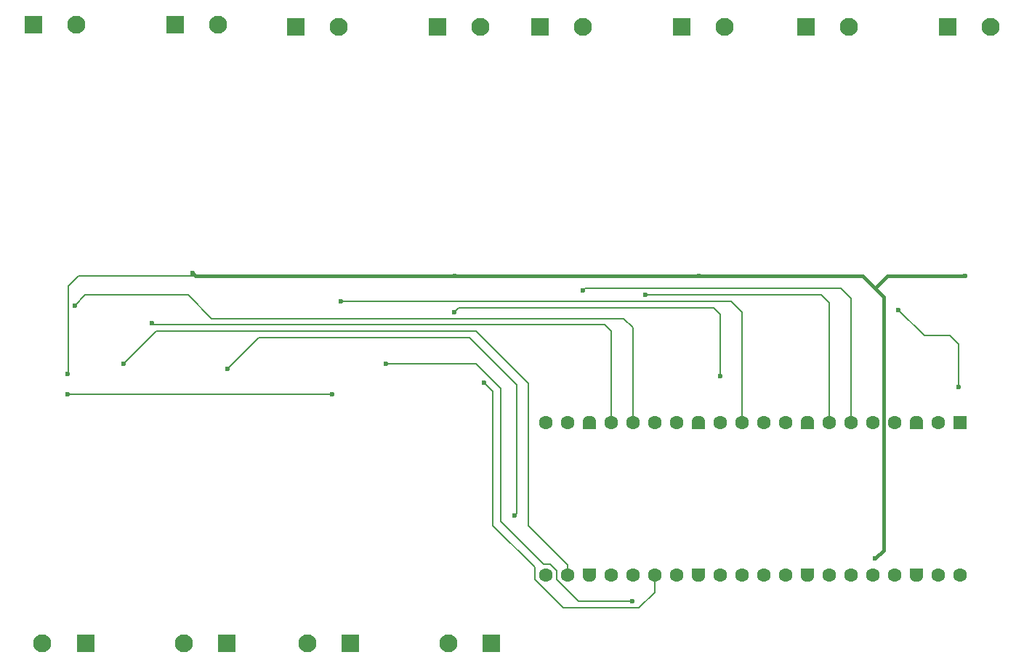
<source format=gbr>
%TF.GenerationSoftware,KiCad,Pcbnew,8.0.1*%
%TF.CreationDate,2025-02-20T00:44:45-08:00*%
%TF.ProjectId,tty2040,74747932-3034-4302-9e6b-696361645f70,a*%
%TF.SameCoordinates,Original*%
%TF.FileFunction,Copper,L2,Bot*%
%TF.FilePolarity,Positive*%
%FSLAX46Y46*%
G04 Gerber Fmt 4.6, Leading zero omitted, Abs format (unit mm)*
G04 Created by KiCad (PCBNEW 8.0.1) date 2025-02-20 00:44:45*
%MOMM*%
%LPD*%
G01*
G04 APERTURE LIST*
G04 Aperture macros list*
%AMRoundRect*
0 Rectangle with rounded corners*
0 $1 Rounding radius*
0 $2 $3 $4 $5 $6 $7 $8 $9 X,Y pos of 4 corners*
0 Add a 4 corners polygon primitive as box body*
4,1,4,$2,$3,$4,$5,$6,$7,$8,$9,$2,$3,0*
0 Add four circle primitives for the rounded corners*
1,1,$1+$1,$2,$3*
1,1,$1+$1,$4,$5*
1,1,$1+$1,$6,$7*
1,1,$1+$1,$8,$9*
0 Add four rect primitives between the rounded corners*
20,1,$1+$1,$2,$3,$4,$5,0*
20,1,$1+$1,$4,$5,$6,$7,0*
20,1,$1+$1,$6,$7,$8,$9,0*
20,1,$1+$1,$8,$9,$2,$3,0*%
%AMFreePoly0*
4,1,28,0.605014,0.794986,0.644504,0.794986,0.724698,0.756366,0.780194,0.686777,0.800000,0.600000,0.800000,-0.600000,0.780194,-0.686777,0.724698,-0.756366,0.644504,-0.794986,0.605014,-0.794986,0.600000,-0.800000,0.000000,-0.800000,-0.178017,-0.779942,-0.347107,-0.720775,-0.498792,-0.625465,-0.625465,-0.498792,-0.720775,-0.347107,-0.779942,-0.178017,-0.800000,0.000000,-0.779942,0.178017,
-0.720775,0.347107,-0.625465,0.498792,-0.498792,0.625465,-0.347107,0.720775,-0.178017,0.779942,0.000000,0.800000,0.600000,0.800000,0.605014,0.794986,0.605014,0.794986,$1*%
%AMFreePoly1*
4,1,28,0.178017,0.779942,0.347107,0.720775,0.498792,0.625465,0.625465,0.498792,0.720775,0.347107,0.779942,0.178017,0.800000,0.000000,0.779942,-0.178017,0.720775,-0.347107,0.625465,-0.498792,0.498792,-0.625465,0.347107,-0.720775,0.178017,-0.779942,0.000000,-0.800000,-0.600000,-0.800000,-0.605014,-0.794986,-0.644504,-0.794986,-0.724698,-0.756366,-0.780194,-0.686777,-0.800000,-0.600000,
-0.800000,0.600000,-0.780194,0.686777,-0.724698,0.756366,-0.644504,0.794986,-0.605014,0.794986,-0.600000,0.800000,0.000000,0.800000,0.178017,0.779942,0.178017,0.779942,$1*%
G04 Aperture macros list end*
%TA.AperFunction,ComponentPad*%
%ADD10R,2.100000X2.100000*%
%TD*%
%TA.AperFunction,ComponentPad*%
%ADD11C,2.100000*%
%TD*%
%TA.AperFunction,ComponentPad*%
%ADD12RoundRect,0.200000X-0.600000X0.600000X-0.600000X-0.600000X0.600000X-0.600000X0.600000X0.600000X0*%
%TD*%
%TA.AperFunction,ComponentPad*%
%ADD13C,1.600000*%
%TD*%
%TA.AperFunction,ComponentPad*%
%ADD14FreePoly0,270.000000*%
%TD*%
%TA.AperFunction,ComponentPad*%
%ADD15FreePoly1,270.000000*%
%TD*%
%TA.AperFunction,ViaPad*%
%ADD16C,0.600000*%
%TD*%
%TA.AperFunction,Conductor*%
%ADD17C,0.200000*%
%TD*%
%TA.AperFunction,Conductor*%
%ADD18C,0.400000*%
%TD*%
G04 APERTURE END LIST*
D10*
%TO.P,J2,1,Pin_1*%
%TO.N,Net-(D2-A)*%
X183230000Y-64500000D03*
D11*
%TO.P,J2,2,Pin_2*%
%TO.N,Net-(D2-C)*%
X188230000Y-64500000D03*
%TD*%
D10*
%TO.P,J11,1,Pin_1*%
%TO.N,Net-(J11-Pin_1)*%
X130095000Y-136350000D03*
D11*
%TO.P,J11,2,Pin_2*%
%TO.N,Net-(J11-Pin_2)*%
X125095000Y-136350000D03*
%TD*%
D10*
%TO.P,J10,1,Pin_1*%
%TO.N,Net-(D10-A)*%
X115770000Y-136350000D03*
D11*
%TO.P,J10,2,Pin_2*%
%TO.N,Net-(D10-C)*%
X110770000Y-136350000D03*
%TD*%
D10*
%TO.P,J5,1,Pin_1*%
%TO.N,Net-(J5-Pin_1)*%
X140250000Y-64500000D03*
D11*
%TO.P,J5,2,Pin_2*%
%TO.N,Net-(J5-Pin_2)*%
X145250000Y-64500000D03*
%TD*%
D10*
%TO.P,J1,1,Pin_1*%
%TO.N,Net-(J1-Pin_1)*%
X199730000Y-64500000D03*
D11*
%TO.P,J1,2,Pin_2*%
%TO.N,Net-(J1-Pin_2)*%
X204730000Y-64500000D03*
%TD*%
D10*
%TO.P,J8,1,Pin_1*%
%TO.N,Net-(D8-A)*%
X93212500Y-64212500D03*
D11*
%TO.P,J8,2,Pin_2*%
%TO.N,Net-(D8-C)*%
X98212500Y-64212500D03*
%TD*%
D10*
%TO.P,J7,1,Pin_1*%
%TO.N,Net-(J7-Pin_1)*%
X109712500Y-64212500D03*
D11*
%TO.P,J7,2,Pin_2*%
%TO.N,Net-(J7-Pin_2)*%
X114712500Y-64212500D03*
%TD*%
D10*
%TO.P,J9,1,Pin_1*%
%TO.N,Net-(J9-Pin_1)*%
X99270000Y-136350000D03*
D11*
%TO.P,J9,2,Pin_2*%
%TO.N,Net-(J9-Pin_2)*%
X94270000Y-136350000D03*
%TD*%
D10*
%TO.P,J12,1,Pin_1*%
%TO.N,Net-(D12-A)*%
X146595000Y-136350000D03*
D11*
%TO.P,J12,2,Pin_2*%
%TO.N,Net-(D12-C)*%
X141595000Y-136350000D03*
%TD*%
D10*
%TO.P,J4,1,Pin_1*%
%TO.N,Net-(D4-A)*%
X152250000Y-64520000D03*
D11*
%TO.P,J4,2,Pin_2*%
%TO.N,Net-(D4-C)*%
X157250000Y-64520000D03*
%TD*%
D12*
%TO.P,A1,1,GPIO0*%
%TO.N,/Loop1/TO_LOOP*%
X201130000Y-110610000D03*
D13*
%TO.P,A1,2,GPIO1*%
%TO.N,/Loop1/FROM_LOOP*%
X198590000Y-110610000D03*
D14*
%TO.P,A1,3,GND*%
%TO.N,GND*%
X196050000Y-110610000D03*
D13*
%TO.P,A1,4,GPIO2*%
%TO.N,ACT1*%
X193510000Y-110610000D03*
%TO.P,A1,5,GPIO3*%
%TO.N,ACT2*%
X190970000Y-110610000D03*
%TO.P,A1,6,GPIO4*%
%TO.N,/Loop2/TO_LOOP*%
X188430000Y-110610000D03*
%TO.P,A1,7,GPIO5*%
%TO.N,/Loop2/FROM_LOOP*%
X185890000Y-110610000D03*
D14*
%TO.P,A1,8,GND*%
%TO.N,GND*%
X183350000Y-110610000D03*
D13*
%TO.P,A1,9,GPIO6*%
%TO.N,ACT3*%
X180810000Y-110610000D03*
%TO.P,A1,10,GPIO7*%
%TO.N,ACT4*%
X178270000Y-110610000D03*
%TO.P,A1,11,GPIO8*%
%TO.N,/Loop3/TO_LOOP*%
X175730000Y-110610000D03*
%TO.P,A1,12,GPIO9*%
%TO.N,/Loop3/FROM_LOOP*%
X173190000Y-110610000D03*
D14*
%TO.P,A1,13,GND*%
%TO.N,GND*%
X170650000Y-110610000D03*
D13*
%TO.P,A1,14,GPIO10*%
%TO.N,ACT5*%
X168110000Y-110610000D03*
%TO.P,A1,15,GPIO11*%
%TO.N,ACT6*%
X165570000Y-110610000D03*
%TO.P,A1,16,GPIO12*%
%TO.N,/Loop4/TO_LOOP*%
X163030000Y-110610000D03*
%TO.P,A1,17,GPIO13*%
%TO.N,/Loop4/FROM_LOOP*%
X160490000Y-110610000D03*
D14*
%TO.P,A1,18,GND*%
%TO.N,GND*%
X157950000Y-110610000D03*
D13*
%TO.P,A1,19,GPIO14*%
%TO.N,unconnected-(A1-GPIO14-Pad19)*%
X155410000Y-110610000D03*
%TO.P,A1,20,GPIO15*%
%TO.N,unconnected-(A1-GPIO15-Pad20)*%
X152870000Y-110610000D03*
%TO.P,A1,21,GPIO16*%
%TO.N,/Loop5/TO_LOOP*%
X152870000Y-128390000D03*
%TO.P,A1,22,GPIO17*%
%TO.N,/Loop5/FROM_LOOP*%
X155410000Y-128390000D03*
D15*
%TO.P,A1,23,GND*%
%TO.N,GND*%
X157950000Y-128390000D03*
D13*
%TO.P,A1,24,GPIO18*%
%TO.N,unconnected-(A1-GPIO18-Pad24)*%
X160490000Y-128390000D03*
%TO.P,A1,25,GPIO19*%
%TO.N,unconnected-(A1-GPIO19-Pad25)*%
X163030000Y-128390000D03*
%TO.P,A1,26,GPIO20*%
%TO.N,/Loop6/TO_LOOP*%
X165570000Y-128390000D03*
%TO.P,A1,27,GPIO21*%
%TO.N,/Loop6/FROM_LOOP*%
X168110000Y-128390000D03*
D15*
%TO.P,A1,28,GND*%
%TO.N,GND*%
X170650000Y-128390000D03*
D13*
%TO.P,A1,29,GPIO22*%
%TO.N,unconnected-(A1-GPIO22-Pad29)*%
X173190000Y-128390000D03*
%TO.P,A1,30,RUN*%
%TO.N,unconnected-(A1-RUN-Pad30)*%
X175730000Y-128390000D03*
%TO.P,A1,31,GPIO26_ADC0*%
%TO.N,unconnected-(A1-GPIO26_ADC0-Pad31)*%
X178270000Y-128390000D03*
%TO.P,A1,32,GPIO27_ADC1*%
%TO.N,unconnected-(A1-GPIO27_ADC1-Pad32)*%
X180810000Y-128390000D03*
D15*
%TO.P,A1,33,AGND*%
%TO.N,unconnected-(A1-AGND-Pad33)*%
X183350000Y-128390000D03*
D13*
%TO.P,A1,34,GPIO28_ADC2*%
%TO.N,unconnected-(A1-GPIO28_ADC2-Pad34)*%
X185890000Y-128390000D03*
%TO.P,A1,35,ADC_VREF*%
%TO.N,unconnected-(A1-ADC_VREF-Pad35)*%
X188430000Y-128390000D03*
%TO.P,A1,36,3V3*%
%TO.N,VCC*%
X190970000Y-128390000D03*
%TO.P,A1,37,3V3_EN*%
%TO.N,unconnected-(A1-3V3_EN-Pad37)*%
X193510000Y-128390000D03*
D15*
%TO.P,A1,38,GND*%
%TO.N,GND*%
X196050000Y-128390000D03*
D13*
%TO.P,A1,39,VSYS*%
%TO.N,unconnected-(A1-VSYS-Pad39)*%
X198590000Y-128390000D03*
%TO.P,A1,40,VBUS*%
%TO.N,unconnected-(A1-VBUS-Pad40)*%
X201130000Y-128390000D03*
%TD*%
D10*
%TO.P,J3,1,Pin_1*%
%TO.N,Net-(J3-Pin_1)*%
X168750000Y-64520000D03*
D11*
%TO.P,J3,2,Pin_2*%
%TO.N,Net-(J3-Pin_2)*%
X173750000Y-64520000D03*
%TD*%
D10*
%TO.P,J6,1,Pin_1*%
%TO.N,Net-(D6-A)*%
X123750000Y-64500000D03*
D11*
%TO.P,J6,2,Pin_2*%
%TO.N,Net-(D6-C)*%
X128750000Y-64500000D03*
%TD*%
D16*
%TO.N,VCC*%
X142310000Y-93520000D03*
X97210000Y-105000000D03*
X201790000Y-93520000D03*
X170810000Y-93540000D03*
X128035000Y-107330000D03*
X191250000Y-126500000D03*
X111772500Y-93232500D03*
X97210000Y-107330000D03*
%TO.N,/Loop5/TO_LOOP*%
X149280329Y-121469667D03*
X115813312Y-104400000D03*
%TO.N,/Loop5/FROM_LOOP*%
X103750000Y-103750000D03*
%TO.N,/Loop4/FROM_LOOP*%
X107000000Y-99000000D03*
%TO.N,/Loop6/TO_LOOP*%
X145750000Y-106000000D03*
%TO.N,/Loop3/TO_LOOP*%
X129000000Y-96500000D03*
%TO.N,/Loop6/FROM_LOOP*%
X163000000Y-131500000D03*
X134250000Y-103750000D03*
%TO.N,/Loop2/FROM_LOOP*%
X164499998Y-95750000D03*
%TO.N,/Loop1/TO_LOOP*%
X201000000Y-106500000D03*
X194000000Y-97500000D03*
%TO.N,/Loop4/TO_LOOP*%
X98000000Y-97000000D03*
%TO.N,/Loop3/FROM_LOOP*%
X142250000Y-97750000D03*
X173250000Y-105250000D03*
%TO.N,/Loop2/TO_LOOP*%
X157250000Y-95250000D03*
%TD*%
D17*
%TO.N,/Loop3/FROM_LOOP*%
X142750000Y-97250000D02*
X142250000Y-97750000D01*
%TO.N,/Loop6/FROM_LOOP*%
X153387767Y-127140000D02*
X154160000Y-127912233D01*
%TO.N,/Loop4/TO_LOOP*%
X99250000Y-95750000D02*
X111250000Y-95750000D01*
%TO.N,/Loop3/FROM_LOOP*%
X173250000Y-98000000D02*
X172500000Y-97250000D01*
%TO.N,/Loop4/FROM_LOOP*%
X160490000Y-110610000D02*
X160490000Y-99990000D01*
X159750000Y-99250000D02*
X107250000Y-99250000D01*
%TO.N,/Loop4/TO_LOOP*%
X163030000Y-99530000D02*
X163030000Y-110610000D01*
%TO.N,/Loop3/FROM_LOOP*%
X172500000Y-97250000D02*
X142750000Y-97250000D01*
%TO.N,/Loop5/TO_LOOP*%
X119463312Y-100750000D02*
X144000000Y-100750000D01*
%TO.N,/Loop4/TO_LOOP*%
X114000000Y-98500000D02*
X162000000Y-98500000D01*
%TO.N,/Loop3/FROM_LOOP*%
X173250000Y-105250000D02*
X173250000Y-98000000D01*
%TO.N,/Loop4/TO_LOOP*%
X162000000Y-98500000D02*
X163030000Y-99530000D01*
%TO.N,/Loop5/TO_LOOP*%
X144000000Y-100750000D02*
X149500000Y-106250000D01*
X149500000Y-106250000D02*
X149500000Y-121249996D01*
%TO.N,/Loop6/FROM_LOOP*%
X154160000Y-127912233D02*
X154160000Y-128907767D01*
%TO.N,/Loop5/TO_LOOP*%
X149500000Y-121249996D02*
X149280329Y-121469667D01*
X115813312Y-104400000D02*
X119463312Y-100750000D01*
%TO.N,/Loop5/FROM_LOOP*%
X107500000Y-100000000D02*
X144750000Y-100000000D01*
%TO.N,/Loop6/FROM_LOOP*%
X152640000Y-127140000D02*
X153387767Y-127140000D01*
X134250000Y-103750000D02*
X144750000Y-103750000D01*
%TO.N,/Loop4/TO_LOOP*%
X98000000Y-97000000D02*
X99250000Y-95750000D01*
X111250000Y-95750000D02*
X114000000Y-98500000D01*
%TO.N,/Loop4/FROM_LOOP*%
X160490000Y-99990000D02*
X159750000Y-99250000D01*
X107250000Y-99250000D02*
X107000000Y-99000000D01*
%TO.N,/Loop6/FROM_LOOP*%
X144750000Y-103750000D02*
X147665639Y-106665639D01*
X147665639Y-122165639D02*
X152640000Y-127140000D01*
%TO.N,/Loop5/FROM_LOOP*%
X103750000Y-103750000D02*
X107500000Y-100000000D01*
X144750000Y-100000000D02*
X150840992Y-106090992D01*
%TO.N,/Loop6/FROM_LOOP*%
X154160000Y-128907767D02*
X156752233Y-131500000D01*
%TO.N,/Loop5/FROM_LOOP*%
X150840992Y-106090992D02*
X150840992Y-122689622D01*
X155410000Y-127258630D02*
X155410000Y-128390000D01*
X150840992Y-122689622D02*
X155410000Y-127258630D01*
%TO.N,/Loop6/FROM_LOOP*%
X147665639Y-106665639D02*
X147665639Y-122165639D01*
X156752233Y-131500000D02*
X163000000Y-131500000D01*
%TO.N,/Loop6/TO_LOOP*%
X163750000Y-132250000D02*
X165570000Y-130430000D01*
X154962233Y-132250000D02*
X163750000Y-132250000D01*
X151620000Y-127495000D02*
X151620000Y-128907767D01*
X146750000Y-122625000D02*
X151620000Y-127495000D01*
X146750000Y-107000000D02*
X146750000Y-122625000D01*
X151620000Y-128907767D02*
X154962233Y-132250000D01*
X165570000Y-130430000D02*
X165570000Y-128390000D01*
X145750000Y-106000000D02*
X146750000Y-107000000D01*
%TO.N,VCC*%
X98460000Y-93540000D02*
X97250000Y-94750000D01*
X142330000Y-93540000D02*
X142310000Y-93520000D01*
X97250000Y-94750000D02*
X97250000Y-104960000D01*
D18*
X171980000Y-93520000D02*
X142750000Y-93520000D01*
D17*
X97210000Y-107330000D02*
X128035000Y-107330000D01*
D18*
X142750000Y-93520000D02*
X142310000Y-93520000D01*
D17*
X112080000Y-93540000D02*
X111772500Y-93232500D01*
X112500000Y-93540000D02*
X112080000Y-93540000D01*
D18*
X172000000Y-93540000D02*
X170810000Y-93540000D01*
X191250000Y-95000000D02*
X192730000Y-93520000D01*
X191250000Y-95000000D02*
X189790000Y-93540000D01*
X142750000Y-93520000D02*
X112060000Y-93520000D01*
X189790000Y-93540000D02*
X172000000Y-93540000D01*
D17*
X112500000Y-93540000D02*
X98460000Y-93540000D01*
D18*
X192250000Y-96000000D02*
X191250000Y-95000000D01*
X191250000Y-126500000D02*
X192250000Y-125500000D01*
X192730000Y-93520000D02*
X201790000Y-93520000D01*
D17*
X143250000Y-93540000D02*
X142330000Y-93540000D01*
D18*
X112060000Y-93520000D02*
X111772500Y-93232500D01*
X172000000Y-93540000D02*
X171980000Y-93520000D01*
X192250000Y-125500000D02*
X192250000Y-96000000D01*
D17*
X97250000Y-104960000D02*
X97210000Y-105000000D01*
%TO.N,/Loop3/TO_LOOP*%
X175730000Y-97730000D02*
X174500000Y-96500000D01*
X175730000Y-110610000D02*
X175730000Y-97730000D01*
X174500000Y-96500000D02*
X129000000Y-96500000D01*
%TO.N,/Loop2/FROM_LOOP*%
X185000000Y-95750000D02*
X164499998Y-95750000D01*
X185890000Y-96640000D02*
X185000000Y-95750000D01*
X185890000Y-110610000D02*
X185890000Y-96640000D01*
%TO.N,/Loop1/TO_LOOP*%
X200000000Y-100500000D02*
X201000000Y-101500000D01*
X194000000Y-97500000D02*
X197000000Y-100500000D01*
X201000000Y-101500000D02*
X201000000Y-106500000D01*
X197000000Y-100500000D02*
X200000000Y-100500000D01*
%TO.N,/Loop2/TO_LOOP*%
X157500000Y-95000000D02*
X157250000Y-95250000D01*
X188430000Y-110610000D02*
X188430000Y-96180000D01*
X187250000Y-95000000D02*
X157500000Y-95000000D01*
X188430000Y-96180000D02*
X187250000Y-95000000D01*
%TD*%
M02*

</source>
